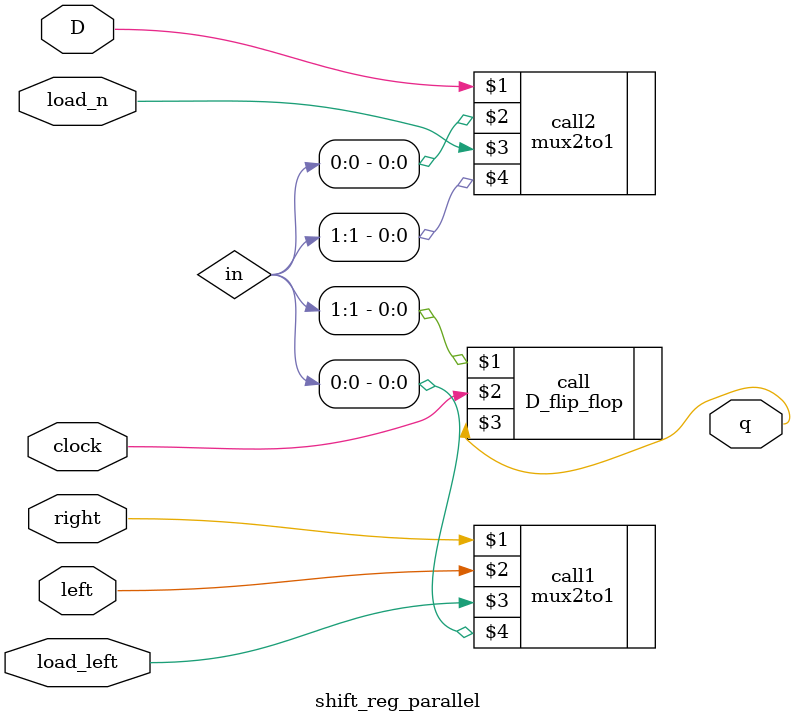
<source format=v>
module shift_reg_parallel(input right, left, load_left, D, load_n, clock, output q);

	wire [1:0]in;
	
	mux2to1 call1(right, left, load_left, in[0]);
	mux2to1 call2(D, in[0], load_n, in[1]);
	
	D_flip_flop call(in[1], clock, q);
	
endmodule 
</source>
